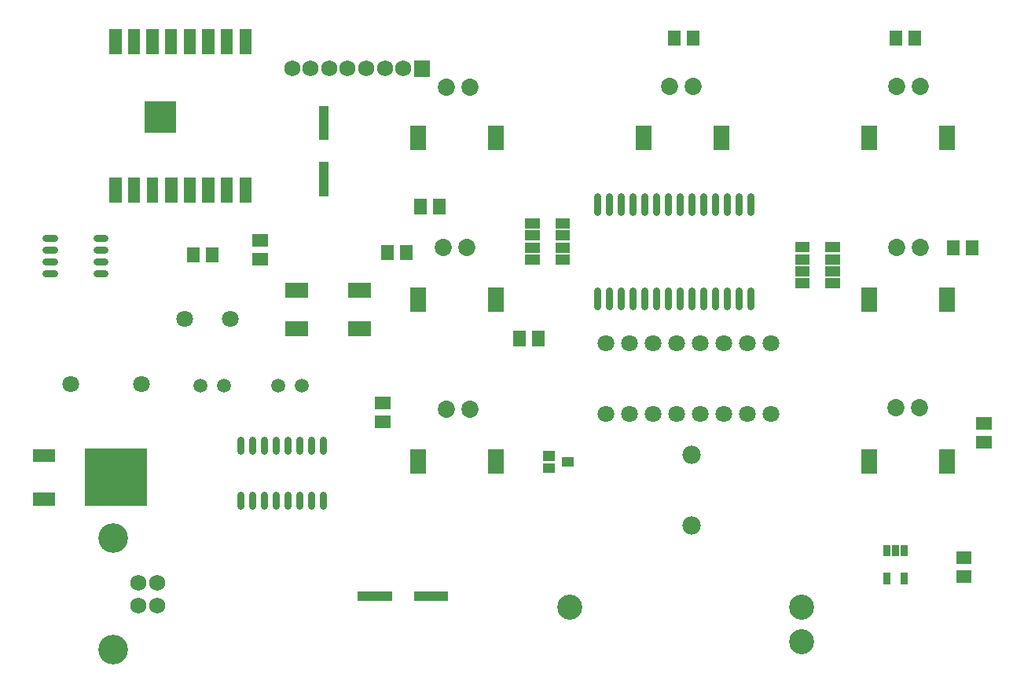
<source format=gts>
G04 Layer: TopSolderMaskLayer*
G04 EasyEDA v6.2.46, 2019-11-10T21:10:00+07:00*
G04 036f7757b27e478886c894ae7df38c4b,e5c1abbfa1e54b71a98531a1dec44753,10*
G04 Gerber Generator version 0.2*
G04 Scale: 100 percent, Rotated: No, Reflected: No *
G04 Dimensions in millimeters *
G04 leading zeros omitted , absolute positions ,3 integer and 3 decimal *
%FSLAX33Y33*%
%MOMM*%
G90*
G71D02*

%ADD45C,0.803199*%
%ADD47C,1.503197*%
%ADD49C,1.803197*%
%ADD54C,1.854200*%
%ADD59R,1.303198X2.703195*%
%ADD60R,3.403194X3.403194*%
%ADD61C,1.981200*%
%ADD63C,1.727200*%
%ADD64C,3.203194*%
%ADD66C,2.703195*%

%LPD*%
G54D45*
G01X4197Y49911D02*
G01X3277Y49911D01*
G01X4197Y48641D02*
G01X3277Y48641D01*
G01X4197Y47371D02*
G01X3277Y47371D01*
G01X4197Y46101D02*
G01X3277Y46101D01*
G01X9676Y49911D02*
G01X8756Y49911D01*
G01X9676Y48641D02*
G01X8756Y48641D01*
G01X9676Y47371D02*
G01X8756Y47371D01*
G01X9676Y46101D02*
G01X8756Y46101D01*
G01X79248Y54421D02*
G01X79248Y52721D01*
G01X77978Y54421D02*
G01X77978Y52721D01*
G01X76708Y54421D02*
G01X76708Y52721D01*
G01X75438Y54421D02*
G01X75438Y52721D01*
G01X74168Y54421D02*
G01X74168Y52721D01*
G01X72898Y54421D02*
G01X72898Y52721D01*
G01X71628Y54421D02*
G01X71628Y52721D01*
G01X70358Y54421D02*
G01X70358Y52721D01*
G01X69088Y54421D02*
G01X69088Y52721D01*
G01X67818Y54421D02*
G01X67818Y52721D01*
G01X66548Y54421D02*
G01X66548Y52721D01*
G01X65278Y54421D02*
G01X65278Y52721D01*
G01X64008Y54421D02*
G01X64008Y52721D01*
G01X62738Y54421D02*
G01X62738Y52721D01*
G01X79248Y44306D02*
G01X79248Y42606D01*
G01X77978Y44306D02*
G01X77978Y42606D01*
G01X76708Y44306D02*
G01X76708Y42606D01*
G01X75438Y44306D02*
G01X75438Y42606D01*
G01X74168Y44306D02*
G01X74168Y42606D01*
G01X72898Y44306D02*
G01X72898Y42606D01*
G01X71628Y44306D02*
G01X71628Y42606D01*
G01X70358Y44306D02*
G01X70358Y42606D01*
G01X69088Y44306D02*
G01X69088Y42606D01*
G01X67818Y44306D02*
G01X67818Y42606D01*
G01X66548Y44306D02*
G01X66548Y42606D01*
G01X65278Y44306D02*
G01X65278Y42606D01*
G01X64008Y44306D02*
G01X64008Y42606D01*
G01X62738Y44306D02*
G01X62738Y42606D01*
G01X24257Y22266D02*
G01X24257Y21066D01*
G01X25527Y22266D02*
G01X25527Y21066D01*
G01X26797Y22266D02*
G01X26797Y21066D01*
G01X28067Y22266D02*
G01X28067Y21066D01*
G01X29337Y22266D02*
G01X29337Y21066D01*
G01X30607Y22266D02*
G01X30607Y21066D01*
G01X31877Y22266D02*
G01X31877Y21066D01*
G01X33147Y22266D02*
G01X33147Y21066D01*
G01X24257Y28209D02*
G01X24257Y27009D01*
G01X25527Y28209D02*
G01X25527Y27009D01*
G01X26797Y28209D02*
G01X26797Y27009D01*
G01X28067Y28209D02*
G01X28067Y27009D01*
G01X29337Y28209D02*
G01X29337Y27009D01*
G01X30607Y28209D02*
G01X30607Y27009D01*
G01X31877Y28209D02*
G01X31877Y27009D01*
G01X33147Y28209D02*
G01X33147Y27009D01*
G36*
G01X18496Y47307D02*
G01X18496Y48958D01*
G01X19857Y48958D01*
G01X19857Y47307D01*
G01X18496Y47307D01*
G37*
G36*
G01X20528Y47307D02*
G01X20528Y48958D01*
G01X21889Y48958D01*
G01X21889Y47307D01*
G01X20528Y47307D01*
G37*
G54D47*
G01X28321Y34036D03*
G01X30861Y34036D03*
G01X19939Y34036D03*
G01X22479Y34036D03*
G36*
G01X25590Y46944D02*
G01X25590Y48305D01*
G01X27241Y48305D01*
G01X27241Y46944D01*
G01X25590Y46944D01*
G37*
G36*
G01X25590Y48976D02*
G01X25590Y50337D01*
G01X27241Y50337D01*
G01X27241Y48976D01*
G01X25590Y48976D01*
G37*
G54D49*
G01X23151Y41237D03*
G01X18250Y41237D03*
G36*
G01X58935Y25265D02*
G01X58935Y26294D01*
G01X60192Y26294D01*
G01X60192Y25265D01*
G01X58935Y25265D01*
G37*
G36*
G01X56903Y24604D02*
G01X56903Y25633D01*
G01X58160Y25633D01*
G01X58160Y24604D01*
G01X56903Y24604D01*
G37*
G36*
G01X56903Y25925D02*
G01X56903Y26954D01*
G01X58160Y26954D01*
G01X58160Y25925D01*
G01X56903Y25925D01*
G37*
G36*
G01X84046Y48379D02*
G01X84046Y49481D01*
G01X85625Y49481D01*
G01X85625Y48379D01*
G01X84046Y48379D01*
G37*
G36*
G01X84046Y47089D02*
G01X84046Y48191D01*
G01X85625Y48191D01*
G01X85625Y47089D01*
G01X84046Y47089D01*
G37*
G36*
G01X84046Y45803D02*
G01X84046Y46906D01*
G01X85625Y46906D01*
G01X85625Y45803D01*
G01X84046Y45803D01*
G37*
G36*
G01X84046Y44513D02*
G01X84046Y45615D01*
G01X85625Y45615D01*
G01X85625Y44513D01*
G01X84046Y44513D01*
G37*
G36*
G01X87292Y44513D02*
G01X87292Y45615D01*
G01X88872Y45615D01*
G01X88872Y44513D01*
G01X87292Y44513D01*
G37*
G36*
G01X87292Y45803D02*
G01X87292Y46906D01*
G01X88872Y46906D01*
G01X88872Y45803D01*
G01X87292Y45803D01*
G37*
G36*
G01X87292Y47089D02*
G01X87292Y48191D01*
G01X88872Y48191D01*
G01X88872Y47089D01*
G01X87292Y47089D01*
G37*
G36*
G01X87292Y48379D02*
G01X87292Y49481D01*
G01X88872Y49481D01*
G01X88872Y48379D01*
G01X87292Y48379D01*
G37*
G36*
G01X58209Y47073D02*
G01X58209Y48176D01*
G01X59789Y48176D01*
G01X59789Y47073D01*
G01X58209Y47073D01*
G37*
G36*
G01X58209Y48364D02*
G01X58209Y49466D01*
G01X59789Y49466D01*
G01X59789Y48364D01*
G01X58209Y48364D01*
G37*
G36*
G01X58209Y49649D02*
G01X58209Y50751D01*
G01X59789Y50751D01*
G01X59789Y49649D01*
G01X58209Y49649D01*
G37*
G36*
G01X58209Y50939D02*
G01X58209Y52042D01*
G01X59789Y52042D01*
G01X59789Y50939D01*
G01X58209Y50939D01*
G37*
G36*
G01X54963Y50939D02*
G01X54963Y52042D01*
G01X56542Y52042D01*
G01X56542Y50939D01*
G01X54963Y50939D01*
G37*
G36*
G01X54963Y49649D02*
G01X54963Y50751D01*
G01X56542Y50751D01*
G01X56542Y49649D01*
G01X54963Y49649D01*
G37*
G36*
G01X54963Y48364D02*
G01X54963Y49466D01*
G01X56542Y49466D01*
G01X56542Y48364D01*
G01X54963Y48364D01*
G37*
G36*
G01X54963Y47073D02*
G01X54963Y48176D01*
G01X56542Y48176D01*
G01X56542Y47073D01*
G01X54963Y47073D01*
G37*
G36*
G01X55707Y38290D02*
G01X55707Y39941D01*
G01X57068Y39941D01*
G01X57068Y38290D01*
G01X55707Y38290D01*
G37*
G36*
G01X53675Y38290D02*
G01X53675Y39941D01*
G01X55036Y39941D01*
G01X55036Y38290D01*
G01X53675Y38290D01*
G37*
G36*
G01X32778Y54429D02*
G01X32778Y58132D01*
G01X33782Y58132D01*
G01X33782Y54429D01*
G01X32778Y54429D01*
G37*
G36*
G01X32768Y60485D02*
G01X32768Y64188D01*
G01X33771Y64188D01*
G01X33771Y60485D01*
G01X32768Y60485D01*
G37*
G36*
G01X36903Y10795D02*
G01X36903Y11798D01*
G01X40606Y11798D01*
G01X40606Y10795D01*
G01X36903Y10795D01*
G37*
G36*
G01X42959Y10805D02*
G01X42959Y11808D01*
G01X46662Y11808D01*
G01X46662Y10805D01*
G01X42959Y10805D01*
G37*
G36*
G01X41483Y47561D02*
G01X41483Y49212D01*
G01X42844Y49212D01*
G01X42844Y47561D01*
G01X41483Y47561D01*
G37*
G36*
G01X39451Y47561D02*
G01X39451Y49212D01*
G01X40812Y49212D01*
G01X40812Y47561D01*
G01X39451Y47561D01*
G37*
G36*
G01X72344Y70675D02*
G01X72344Y72326D01*
G01X73705Y72326D01*
G01X73705Y70675D01*
G01X72344Y70675D01*
G37*
G36*
G01X70312Y70675D02*
G01X70312Y72326D01*
G01X71673Y72326D01*
G01X71673Y70675D01*
G01X70312Y70675D01*
G37*
G36*
G01X96220Y70675D02*
G01X96220Y72326D01*
G01X97581Y72326D01*
G01X97581Y70675D01*
G01X96220Y70675D01*
G37*
G36*
G01X94188Y70675D02*
G01X94188Y72326D01*
G01X95549Y72326D01*
G01X95549Y70675D01*
G01X94188Y70675D01*
G37*
G36*
G01X45039Y52514D02*
G01X45039Y54165D01*
G01X46400Y54165D01*
G01X46400Y52514D01*
G01X45039Y52514D01*
G37*
G36*
G01X43007Y52514D02*
G01X43007Y54165D01*
G01X44368Y54165D01*
G01X44368Y52514D01*
G01X43007Y52514D01*
G37*
G36*
G01X100411Y48069D02*
G01X100411Y49720D01*
G01X101772Y49720D01*
G01X101772Y48069D01*
G01X100411Y48069D01*
G37*
G36*
G01X102443Y48069D02*
G01X102443Y49720D01*
G01X103804Y49720D01*
G01X103804Y48069D01*
G01X102443Y48069D01*
G37*
G36*
G01X38798Y31450D02*
G01X38798Y32811D01*
G01X40449Y32811D01*
G01X40449Y31450D01*
G01X38798Y31450D01*
G37*
G36*
G01X38798Y29418D02*
G01X38798Y30779D01*
G01X40449Y30779D01*
G01X40449Y29418D01*
G01X38798Y29418D01*
G37*
G36*
G01X103568Y29291D02*
G01X103568Y30652D01*
G01X105219Y30652D01*
G01X105219Y29291D01*
G01X103568Y29291D01*
G37*
G36*
G01X103568Y27259D02*
G01X103568Y28620D01*
G01X105219Y28620D01*
G01X105219Y27259D01*
G01X103568Y27259D01*
G37*
G54D54*
G01X46482Y66167D03*
G01X49022Y66167D03*
G01X73025Y66294D03*
G01X70485Y66294D03*
G01X97536Y66294D03*
G01X94996Y66294D03*
G01X46101Y48895D03*
G01X48641Y48895D03*
G01X97536Y48895D03*
G01X94996Y48895D03*
G01X46482Y31496D03*
G01X49022Y31496D03*
G01X97409Y31623D03*
G01X94869Y31623D03*
G54D49*
G01X13589Y34163D03*
G01X5969Y34163D03*
G36*
G01X42572Y59405D02*
G01X42572Y62006D01*
G01X44277Y62006D01*
G01X44277Y59405D01*
G01X42572Y59405D01*
G37*
G36*
G01X50972Y59405D02*
G01X50972Y62006D01*
G01X52677Y62006D01*
G01X52677Y59405D01*
G01X50972Y59405D01*
G37*
G36*
G01X66862Y59405D02*
G01X66862Y62006D01*
G01X68564Y62006D01*
G01X68564Y59405D01*
G01X66862Y59405D01*
G37*
G36*
G01X75262Y59405D02*
G01X75262Y62006D01*
G01X76964Y62006D01*
G01X76964Y59405D01*
G01X75262Y59405D01*
G37*
G36*
G01X91150Y59405D02*
G01X91150Y62006D01*
G01X92854Y62006D01*
G01X92854Y59405D01*
G01X91150Y59405D01*
G37*
G36*
G01X99550Y59405D02*
G01X99550Y62006D01*
G01X101254Y62006D01*
G01X101254Y59405D01*
G01X99550Y59405D01*
G37*
G36*
G01X42572Y41973D02*
G01X42572Y44577D01*
G01X44277Y44577D01*
G01X44277Y41973D01*
G01X42572Y41973D01*
G37*
G36*
G01X50972Y41973D02*
G01X50972Y44577D01*
G01X52677Y44577D01*
G01X52677Y41973D01*
G01X50972Y41973D01*
G37*
G36*
G01X91150Y24544D02*
G01X91150Y27144D01*
G01X92854Y27144D01*
G01X92854Y24544D01*
G01X91150Y24544D01*
G37*
G36*
G01X99550Y24544D02*
G01X99550Y27144D01*
G01X101254Y27144D01*
G01X101254Y24544D01*
G01X99550Y24544D01*
G37*
G36*
G01X42572Y24544D02*
G01X42572Y27144D01*
G01X44277Y27144D01*
G01X44277Y24544D01*
G01X42572Y24544D01*
G37*
G36*
G01X50972Y24544D02*
G01X50972Y27144D01*
G01X52677Y27144D01*
G01X52677Y24544D01*
G01X50972Y24544D01*
G37*
G36*
G01X91150Y41973D02*
G01X91150Y44577D01*
G01X92854Y44577D01*
G01X92854Y41973D01*
G01X91150Y41973D01*
G37*
G36*
G01X99550Y41973D02*
G01X99550Y44577D01*
G01X101254Y44577D01*
G01X101254Y41973D01*
G01X99550Y41973D01*
G37*
G01X63627Y30988D03*
G01X66167Y30988D03*
G01X68707Y30988D03*
G01X71247Y30988D03*
G01X73787Y30988D03*
G01X76327Y30988D03*
G01X78867Y30988D03*
G01X81407Y30988D03*
G01X81407Y38608D03*
G01X78867Y38608D03*
G01X76327Y38608D03*
G01X73787Y38608D03*
G01X71247Y38608D03*
G01X68707Y38608D03*
G01X66167Y38608D03*
G01X63627Y38608D03*
G36*
G01X29126Y43530D02*
G01X29126Y45133D01*
G01X31579Y45133D01*
G01X31579Y43530D01*
G01X29126Y43530D01*
G37*
G36*
G01X35925Y43530D02*
G01X35925Y45133D01*
G01X38379Y45133D01*
G01X38379Y43530D01*
G01X35925Y43530D01*
G37*
G36*
G01X29126Y39329D02*
G01X29126Y40934D01*
G01X31579Y40934D01*
G01X31579Y39329D01*
G01X29126Y39329D01*
G37*
G36*
G01X35925Y39329D02*
G01X35925Y40934D01*
G01X38379Y40934D01*
G01X38379Y39329D01*
G01X35925Y39329D01*
G37*
G36*
G01X1912Y21066D02*
G01X1912Y22468D01*
G01X4315Y22468D01*
G01X4315Y21066D01*
G01X1912Y21066D01*
G37*
G36*
G01X1907Y25791D02*
G01X1907Y27193D01*
G01X4310Y27193D01*
G01X4310Y25791D01*
G01X1907Y25791D01*
G37*
G36*
G01X7510Y21028D02*
G01X7510Y27231D01*
G01X14213Y27231D01*
G01X14213Y21028D01*
G01X7510Y21028D01*
G37*
G36*
G01X10162Y53766D02*
G01X10162Y56469D01*
G01X11468Y56469D01*
G01X11468Y53766D01*
G01X10162Y53766D01*
G37*
G36*
G01X12174Y53766D02*
G01X12174Y56469D01*
G01X13477Y56469D01*
G01X13477Y53766D01*
G01X12174Y53766D01*
G37*
G54D59*
G01X14819Y55120D03*
G36*
G01X16177Y53766D02*
G01X16177Y56471D01*
G01X17480Y56471D01*
G01X17480Y53766D01*
G01X16177Y53766D01*
G37*
G36*
G01X18173Y53766D02*
G01X18173Y56469D01*
G01X19476Y56469D01*
G01X19476Y53766D01*
G01X18173Y53766D01*
G37*
G36*
G01X20167Y53766D02*
G01X20167Y56471D01*
G01X21470Y56471D01*
G01X21470Y53766D01*
G01X20167Y53766D01*
G37*
G36*
G01X22171Y53766D02*
G01X22171Y56469D01*
G01X23474Y56469D01*
G01X23474Y53766D01*
G01X22171Y53766D01*
G37*
G36*
G01X24168Y53766D02*
G01X24168Y56471D01*
G01X25471Y56471D01*
G01X25471Y53766D01*
G01X24168Y53766D01*
G37*
G36*
G01X10162Y69768D02*
G01X10162Y72471D01*
G01X11468Y72471D01*
G01X11468Y69768D01*
G01X10162Y69768D01*
G37*
G36*
G01X12164Y69768D02*
G01X12164Y72471D01*
G01X13467Y72471D01*
G01X13467Y69768D01*
G01X12164Y69768D01*
G37*
G36*
G01X14163Y69771D02*
G01X14163Y72473D01*
G01X15466Y72473D01*
G01X15466Y69771D01*
G01X14163Y69771D01*
G37*
G36*
G01X16162Y69768D02*
G01X16162Y72473D01*
G01X17465Y72473D01*
G01X17465Y69768D01*
G01X16162Y69768D01*
G37*
G36*
G01X18163Y69768D02*
G01X18163Y72471D01*
G01X19466Y72471D01*
G01X19466Y69768D01*
G01X18163Y69768D01*
G37*
G36*
G01X20162Y69768D02*
G01X20162Y72473D01*
G01X21468Y72473D01*
G01X21468Y69768D01*
G01X20162Y69768D01*
G37*
G36*
G01X22164Y69768D02*
G01X22164Y72471D01*
G01X23467Y72471D01*
G01X23467Y69768D01*
G01X22164Y69768D01*
G37*
G36*
G01X24160Y69768D02*
G01X24160Y72471D01*
G01X25466Y72471D01*
G01X25466Y69768D01*
G01X24160Y69768D01*
G37*
G54D60*
G01X15641Y62992D03*
G54D61*
G01X72898Y18933D03*
G01X72898Y26532D03*
G36*
G01X101409Y12781D02*
G01X101409Y14142D01*
G01X103060Y14142D01*
G01X103060Y12781D01*
G01X101409Y12781D01*
G37*
G36*
G01X101409Y14813D02*
G01X101409Y16174D01*
G01X103060Y16174D01*
G01X103060Y14813D01*
G01X101409Y14813D01*
G37*
G36*
G01X95443Y12631D02*
G01X95443Y13832D01*
G01X96194Y13832D01*
G01X96194Y12631D01*
G01X95443Y12631D01*
G37*
G36*
G01X93543Y12631D02*
G01X93543Y13832D01*
G01X94294Y13832D01*
G01X94294Y12631D01*
G01X93543Y12631D01*
G37*
G36*
G01X93543Y15631D02*
G01X93543Y16832D01*
G01X94294Y16832D01*
G01X94294Y15631D01*
G01X93543Y15631D01*
G37*
G36*
G01X94493Y15631D02*
G01X94493Y16832D01*
G01X95244Y16832D01*
G01X95244Y15631D01*
G01X94493Y15631D01*
G37*
G36*
G01X95443Y15631D02*
G01X95443Y16832D01*
G01X96194Y16832D01*
G01X96194Y15631D01*
G01X95443Y15631D01*
G37*
G54D63*
G01X15308Y10306D03*
G01X15308Y12806D03*
G01X13308Y12806D03*
G01X13308Y10306D03*
G54D64*
G01X10598Y5536D03*
G01X10598Y17576D03*
G54D63*
G01X31831Y68199D03*
G01X33831Y68199D03*
G01X35831Y68199D03*
G01X37831Y68199D03*
G01X39831Y68199D03*
G01X41831Y68199D03*
G36*
G01X42966Y67335D02*
G01X42966Y69062D01*
G01X44693Y69062D01*
G01X44693Y67335D01*
G01X42966Y67335D01*
G37*
G01X29831Y68199D03*
G54D66*
G01X84763Y10130D03*
G01X84763Y6380D03*
G01X59763Y10130D03*
M00*
M02*

</source>
